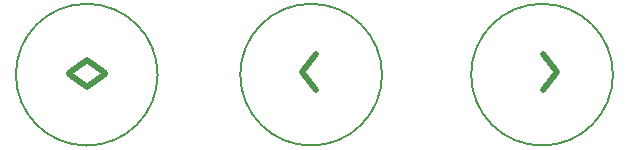
<source format=gbr>
G04 #@! TF.GenerationSoftware,KiCad,Pcbnew,5.1.0*
G04 #@! TF.CreationDate,2019-12-31T07:13:36-05:00*
G04 #@! TF.ProjectId,Capacitive_Touch_Lid,43617061-6369-4746-9976-655f546f7563,rev?*
G04 #@! TF.SameCoordinates,Original*
G04 #@! TF.FileFunction,Legend,Bot*
G04 #@! TF.FilePolarity,Positive*
%FSLAX46Y46*%
G04 Gerber Fmt 4.6, Leading zero omitted, Abs format (unit mm)*
G04 Created by KiCad (PCBNEW 5.1.0) date 2019-12-31 07:13:36*
%MOMM*%
%LPD*%
G04 APERTURE LIST*
%ADD10C,0.500000*%
%ADD11C,0.150000*%
G04 APERTURE END LIST*
D10*
X90676190Y-93919047D02*
X92200000Y-95061904D01*
X93723809Y-93919047D01*
X130869047Y-95323809D02*
X132011904Y-93800000D01*
X130869047Y-92276190D01*
X111580952Y-92276190D02*
X110438095Y-93800000D01*
X111580952Y-95323809D01*
X93723809Y-93880952D02*
X92200000Y-92738095D01*
X90676190Y-93880952D01*
D11*
X98200000Y-94000000D02*
G75*
G03X98200000Y-94000000I-6000000J0D01*
G01*
X117200000Y-94000000D02*
G75*
G03X117200000Y-94000000I-6000000J0D01*
G01*
X136750000Y-94000000D02*
G75*
G03X136750000Y-94000000I-6000000J0D01*
G01*
M02*

</source>
